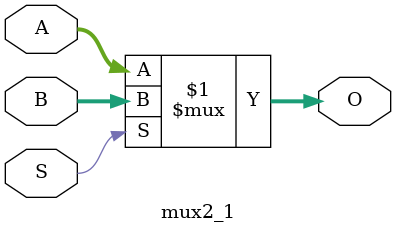
<source format=v>
module mux2_1 #(parameter BUS_SIZE = 32)
               (input [BUS_SIZE - 1:0] A, B,
                input S,
                output [BUS_SIZE - 1:0] O);
    
    assign O = S ? B : A;

endmodule
</source>
